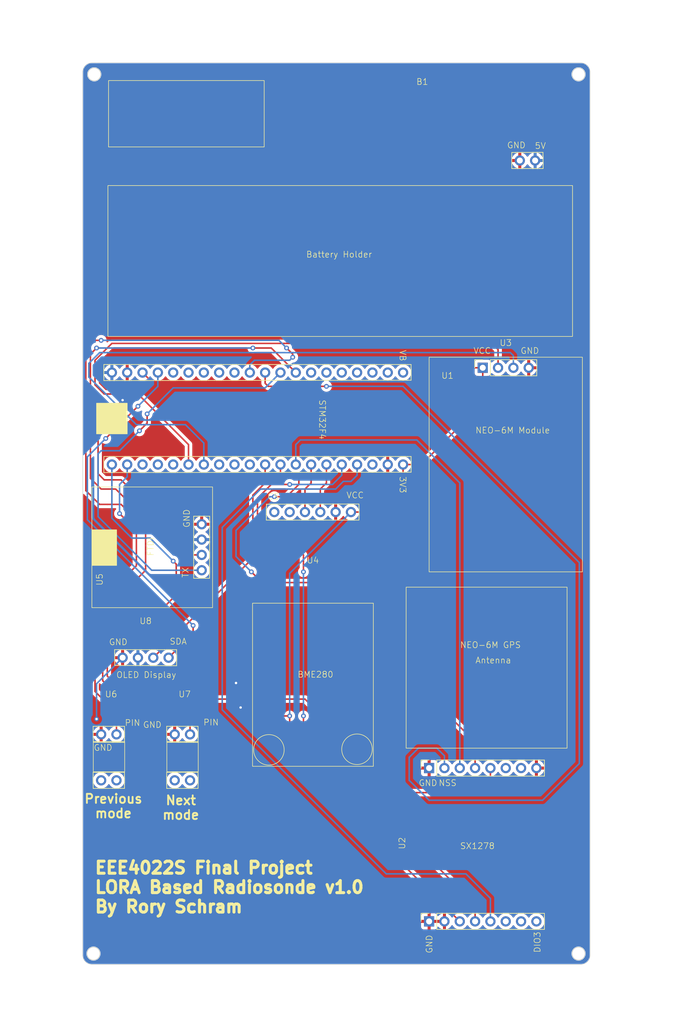
<source format=kicad_pcb>
(kicad_pcb (version 20221018) (generator pcbnew)
  (layers (0 "F.Cu" signal) (31 "B.Cu" signal) (34 "B.Paste" user) (35 "F.Paste" user) (36 "B.SilkS" user "B.Silkscreen") (37 "F.SilkS" user "F.Silkscreen") (38 "B.Mask" user) (39 "F.Mask" user) (44 "Edge.Cuts" user))
  (net 0 "")
  (net 1 "5V")
  (net 2 "GND")
  (net 10 "A2")
  (net 11 "A3")
  (net 12 "A4")
  (net 13 "A5")
  (net 19 "B10")
  (net 20 "A10")
  (net 21 "3V3")
  (net 23 "B9")
  (net 24 "B8")
  (net 25 "B7")
  (net 26 "B6")
  (net 27 "B5")
  (net 28 "B4")
  (net 29 "B3")
  (net 33 "A9")
  (net 37 "B13")
  (net 38 "B12")
  (footprint "Custom:FTDI" (layer "F.Cu") (at 37.084 105.156 90)
    (fp_text reference "U5" (at -5.334 -4.318 90 unlocked) (layer "F.SilkS") (effects (font (thickness 0.1))))
    (fp_text value "~" hide)
    (fp_text user "TX" (at -5.1 10.5 90 unlocked) (layer "F.SilkS") (effects (font (thickness 0.1)) (justify left bottom)))
    (fp_text user "GND" (at 3.2 10.7 90 unlocked) (layer "F.SilkS") (effects (font (thickness 0.1)) (justify left bottom)))
    (fp_text user "FTDI" (at -1.5 4.7 90 unlocked) (layer "F.SilkS") (effects (font (thickness 0.1)) (justify left bottom)))
    (fp_line (start -5.13 11.27) (end -2.53 11.27) (stroke (width 0.12)) (layer "F.SilkS"))
    (fp_line (start -5.13 13.9) (end -5.13 11.27) (stroke (width 0.12)) (layer "F.SilkS"))
    (fp_line (start -5.13 13.9) (end 5.15 13.93) (stroke (width 0.12)) (layer "F.SilkS"))
    (fp_line (start -2.53 11.27) (end 5.15 11.27) (stroke (width 0.12)) (layer "F.SilkS"))
    (fp_line (start 5.15 13.93) (end 5.15 11.27) (stroke (width 0.12)) (layer "F.SilkS"))
    (fp_rect (start -10 14.4) (end 10 -5.6) (stroke (width 0.1)) (fill none) (layer "F.SilkS"))
    (fp_rect (start -3 -5.6) (end 2.9 -1.5) (stroke (width 0.1)) (fill solid) (layer "F.SilkS"))
    (pad "1" thru_hole oval (at -3.8 12.6 180) (size 1.7 1.7) (drill 1) (layers "*.Cu" "*.Mask") (net 11 "A3"))
    (pad "2" thru_hole oval (at -1.26 12.6 180) (size 1.7 1.7) (drill 1) (layers "*.Cu" "*.Mask") (net 10 "A2"))
    (pad "3" thru_hole oval (at 1.28 12.6 180) (size 1.7 1.7) (drill 1) (layers "*.Cu" "*.Mask") (net 1 "5V"))
    (pad "4" thru_hole oval (at 3.82 12.6 180) (size 1.7 1.7) (drill 1) (layers "*.Cu" "*.Mask") (net 2 "GND"))
  )
  (footprint "Custom:NEO-6M" (layer "F.Cu") (at 100.076 81.28)
    (fp_text reference "U3" (at 0 -10 unlocked) (layer "F.SilkS") (effects (font (thickness 0.1))))
    (fp_text value "~")
    (fp_text user "VCC" (at -5.4 -8.1 unlocked) (layer "F.SilkS") (effects (font (thickness 0.1)) (justify left bottom)))
    (fp_text user "GND" (at 2.4 -8.1 unlocked) (layer "F.SilkS") (effects (font (thickness 0.1)) (justify left bottom)))
    (fp_text user "Antenna" (at -5.08 43.18 unlocked) (layer "F.SilkS") (effects (font (thickness 0.1)) (justify left bottom)))
    (fp_text user "NEO-6M Module" (at -5.08 5.08 unlocked) (layer "F.SilkS") (effects (font (thickness 0.1)) (justify left bottom)))
    (fp_text user "NEO-6M GPS" (at -7.62 40.64 unlocked) (layer "F.SilkS") (effects (font (thickness 0.1)) (justify left bottom)))
    (fp_line (start -5.1434 -7.2) (end -3.8134 -7.2) (stroke (width 0.12)) (layer "F.SilkS"))
    (fp_line (start -5.1434 -5.87) (end -5.1434 -7.2) (stroke (width 0.12)) (layer "F.SilkS"))
    (fp_line (start -2.5434 -7.2) (end 5.1366 -7.2) (stroke (width 0.12)) (layer "F.SilkS"))
    (fp_line (start -2.5434 -4.54) (end -2.5434 -7.2) (stroke (width 0.12)) (layer "F.SilkS"))
    (fp_line (start -2.5434 -4.54) (end 5.1366 -4.54) (stroke (width 0.12)) (layer "F.SilkS"))
    (fp_line (start 5.1366 -4.54) (end 5.1366 -7.2) (stroke (width 0.12)) (layer "F.SilkS"))
    (fp_rect (start -16.51 30.48) (end 10.16 57.15) (stroke (width 0.1)) (fill none) (layer "F.SilkS"))
    (fp_rect (start -12.7 -7.62) (end 12.7 27.94) (stroke (width 0.1)) (fill none) (layer "F.SilkS"))
    (pad "1" thru_hole rect (at -3.8134 -5.87 90) (size 1.7 1.7) (drill 1) (layers "*.Cu" "*.Mask") (net 21 "3V3"))
    (pad "2" thru_hole oval (at -1.2734 -5.87 90) (size 1.7 1.7) (drill 1) (layers "*.Cu" "*.Mask") (net 33 "A9"))
    (pad "3" thru_hole oval (at 1.2666 -5.87 90) (size 1.7 1.7) (drill 1) (layers "*.Cu" "*.Mask") (net 20 "A10"))
    (pad "4" thru_hole oval (at 3.8066 -5.87 90) (size 1.7 1.7) (drill 1) (layers "*.Cu" "*.Mask") (net 2 "GND"))
  )
  (footprint "Custom:Push Button" (layer "F.Cu") (at 34.32 137.944)
    (fp_text reference "U6" (at 0.35 -8.45 unlocked) (layer "F.SilkS") (effects (font (thickness 0.1))))
    (fp_text value "Left Button")
    (fp_text user "GND" (at -2.57 0.994 unlocked) (layer "F.SilkS") (effects (font (thickness 0.1)) (justify left bottom)))
    (fp_text user "PIN" (at 2.57 -3.13 unlocked) (layer "F.SilkS") (effects (font (thickness 0.1)) (justify left bottom)))
    (fp_line (start -2.63 -3.13) (end -1.3 -3.13) (stroke (width 0.12)) (layer "F.SilkS"))
    (fp_line (start -2.63 4.49) (end -1.3 4.49) (stroke (width 0.12)) (layer "F.SilkS"))
    (fp_line (start -2.62 7.16) (end -2.63 4.49) (stroke (width 0.12)) (layer "F.SilkS"))
    (fp_line (start -2.62 7.16) (end 2.57 7.15) (stroke (width 0.12)) (layer "F.SilkS"))
    (fp_line (start -2.6 -0.49) (end -2.63 -3.13) (stroke (width 0.12)) (layer "F.SilkS"))
    (fp_line (start -2.6 -0.49) (end 2.57 -0.47) (stroke (width 0.12)) (layer "F.SilkS"))
    (fp_line (start -1.3 -3.13) (end 2.57 -3.13) (stroke (width 0.12)) (layer "F.SilkS"))
    (fp_line (start -1.3 4.49) (end 2.57 4.49) (stroke (width 0.12)) (layer "F.SilkS"))
    (fp_line (start 2.57 -0.47) (end 2.57 -3.13) (stroke (width 0.12)) (layer "F.SilkS"))
    (fp_line (start 2.57 7.15) (end 2.57 4.49) (stroke (width 0.12)) (layer "F.SilkS"))
    (fp_rect (start -2.6 -0.6) (end 2.6 4.4) (stroke (width 0.1)) (fill none) (layer "F.SilkS"))
    (pad "" thru_hole oval (at -1.3 5.82 90) (size 1.7 1.7) (drill 1) (layers "*.Cu" "*.Mask"))
    (pad "" thru_hole oval (at 1.24 5.82 90) (size 1.7 1.7) (drill 1) (layers "*.Cu" "*.Mask"))
    (pad "1" thru_hole oval (at -1.3 -1.8 90) (size 1.7 1.7) (drill 1) (layers "*.Cu" "*.Mask") (net 2 "GND"))
    (pad "2" thru_hole oval (at 1.24 -1.8 90) (size 1.7 1.7) (drill 1) (layers "*.Cu" "*.Mask") (net 37 "B13"))
  )
  (footprint "Custom:BME280" (layer "F.Cu") (at 68.122 114.414)
    (fp_text reference "U4" (at 0 -7.1 unlocked) (layer "F.SilkS") (effects (font (thickness 0.1))))
    (fp_text value "~")
    (fp_text user "VCC" (at 5.5 -17.3 unlocked) (layer "F.SilkS") (effects (font (thickness 0.1)) (justify left bottom)))
    (fp_text user "BME280" (at -2.6 12.4 unlocked) (layer "F.SilkS") (effects (font (thickness 0.1)) (justify left bottom)))
    (fp_text user "CS" (at -7.6 -17.1 unlocked) (layer "F.SilkS") (effects (font (thickness 0.1)) (justify left bottom)))
    (fp_line (start -7.73 -13.77) (end -7.7 -16.4) (stroke (width 0.12)) (layer "F.SilkS"))
    (fp_line (start -7.7 -16.4) (end 7.63 -16.43) (stroke (width 0.12)) (layer "F.SilkS"))
    (fp_line (start -5.13 -13.77) (end -7.73 -13.77) (stroke (width 0.12)) (layer "F.SilkS"))
    (fp_line (start -5.13 -13.77) (end 7.63 -13.77) (stroke (width 0.12)) (layer "F.SilkS"))
    (fp_line (start 7.63 -13.77) (end 7.63 -16.43) (stroke (width 0.12)) (layer "F.SilkS"))
    (fp_rect (start -10.0125 0) (end 10.0125 27.025) (stroke (width 0.1)) (fill none) (layer "F.SilkS"))
    (fp_circle (center -7.3 24.3) (end -4.9 25.1) (stroke (width 0.1)) (fill none) (layer "F.SilkS"))
    (fp_circle (center 7.3 24.2) (end 9.7 25) (stroke (width 0.1)) (fill none) (layer "F.SilkS"))
    (pad "1" thru_hole oval (at -6.4 -15.1 90) (size 1.7 1.7) (drill 1) (layers "*.Cu" "*.Mask"))
    (pad "2" thru_hole oval (at -3.86 -15.1 90) (size 1.7 1.7) (drill 1) (layers "*.Cu" "*.Mask"))
    (pad "3" thru_hole oval (at -1.32 -15.1 90) (size 1.7 1.7) (drill 1) (layers "*.Cu" "*.Mask") (net 26 "B6"))
    (pad "4" thru_hole oval (at 1.22 -15.1 90) (size 1.7 1.7) (drill 1) (layers "*.Cu" "*.Mask") (net 25 "B7"))
    (pad "5" thru_hole oval (at 3.76 -15.1 90) (size 1.7 1.7) (drill 1) (layers "*.Cu" "*.Mask") (net 2 "GND"))
    (pad "6" thru_hole oval (at 6.3 -15.1 90) (size 1.7 1.7) (drill 1) (layers "*.Cu" "*.Mask") (net 21 "3V3"))
  )
  (footprint "Custom:Push Button" (layer "F.Cu") (at 46.512 137.944)
    (fp_text reference "U7" (at 0.35 -8.45 unlocked) (layer "F.SilkS") (effects (font (thickness 0.1))))
    (fp_text value "Right Button")
    (fp_text user "GND" (at -6.6 -2.8 unlocked) (layer "F.SilkS") (effects (font (thickness 0.1)) (justify left bottom)))
    (fp_text user "PIN" (at 3.4 -3.2 unlocked) (layer "F.SilkS") (effects (font (thickness 0.1)) (justify left bottom)))
    (fp_line (start -2.63 -3.13) (end -1.3 -3.13) (stroke (width 0.12)) (layer "F.SilkS"))
    (fp_line (start -2.63 4.49) (end -1.3 4.49) (stroke (width 0.12)) (layer "F.SilkS"))
    (fp_line (start -2.62 7.16) (end -2.63 4.49) (stroke (width 0.12)) (layer "F.SilkS"))
    (fp_line (start -2.62 7.16) (end 2.57 7.15) (stroke (width 0.12)) (layer "F.SilkS"))
    (fp_line (start -2.6 -0.49) (end -2.63 -3.13) (stroke (width 0.12)) (layer "F.SilkS"))
    (fp_line (start -2.6 -0.49) (end 2.57 -0.47) (stroke (width 0.12)) (layer "F.SilkS"))
    (fp_line (start -1.3 -3.13) (end 2.57 -3.13) (stroke (width 0.12)) (layer "F.SilkS"))
    (fp_line (start -1.3 4.49) (end 2.57 4.49) (stroke (width 0.12)) (layer "F.SilkS"))
    (fp_line (start 2.57 -0.47) (end 2.57 -3.13) (stroke (width 0.12)) (layer "F.SilkS"))
    (fp_line (start 2.57 7.15) (end 2.57 4.49) (stroke (width 0.12)) (layer "F.SilkS"))
    (fp_rect (start -2.6 -0.6) (end 2.6 4.4) (stroke (width 0.1)) (fill none) (layer "F.SilkS"))
    (pad "" thru_hole oval (at -1.3 5.82 90) (size 1.7 1.7) (drill 1) (layers "*.Cu" "*.Mask"))
    (pad "" thru_hole oval (at 1.24 5.82 90) (size 1.7 1.7) (drill 1) (layers "*.Cu" "*.Mask"))
    (pad "1" thru_hole oval (at -1.3 -1.8 90) (size 1.7 1.7) (drill 1) (layers "*.Cu" "*.Mask") (net 2 "GND"))
    (pad "2" thru_hole oval (at 1.24 -1.8 90) (size 1.7 1.7) (drill 1) (layers "*.Cu" "*.Mask") (net 13 "A5"))
  )
  (footprint "Custom:Battery HolderCharger" (layer "F.Cu") (at 86.244 43.822)
    (fp_text reference "B1" (at 0 -15.8 unlocked) (layer "F.SilkS") (effects (font (thickness 0.1))))
    (fp_text value "~")
    (fp_text user "GND" (at 14 -4.7 unlocked) (layer "F.SilkS") (effects (font (thickness 0.1)) (justify left bottom)))
    (fp_text user "Battery Holder" (at -19.3 13.4 unlocked) (layer "F.SilkS") (effects (font (thickness 0.1)) (justify left bottom)))
    (fp_text user "5V" (at 18.6 -4.6 unlocked) (layer "F.SilkS") (effects (font (thickness 0.1)) (justify left bottom)))
    (fp_line (start 14.83 -4.08) (end 14.83 -1.42) (stroke (width 0.12)) (layer "F.SilkS"))
    (fp_line (start 17.43 -1.42) (end 14.83 -1.42) (stroke (width 0.12)) (layer "F.SilkS"))
    (fp_line (start 20 -4.1) (end 14.83 -4.08) (stroke (width 0.12)) (layer "F.SilkS"))
    (fp_line (start 20 -4.1) (end 20.03 -1.42) (stroke (width 0.12)) (layer "F.SilkS"))
    (fp_line (start 20.03 -1.42) (end 17.43 -1.42) (stroke (width 0.12)) (layer "F.SilkS"))
    (fp_rect (start -52.1 1.4) (end 24.9 26.4) (stroke (width 0.1)) (fill none) (layer "F.SilkS"))
    (fp_rect (start -52 -16) (end -26.2 -5) (stroke (width 0.1)) (fill none) (layer "F.SilkS"))
    (pad "1" thru_hole oval (at 18.7 -2.75 270) (size 1.7 1.7) (drill 1) (layers "*.Cu" "*.Mask") (net 1 "5V"))
    (pad "2" thru_hole oval (at 16.16 -2.75 270) (size 1.7 1.7) (drill 1) (layers "*.Cu" "*.Mask") (net 2 "GND"))
  )
  (footprint "Custom:STM32f4_Black_Pill" (layer "F.Cu") (at 75.438 76.2 -90)
    (fp_text reference "U1" (at 0.508 -14.986 unlocked) (layer "F.SilkS") (effects (font (thickness 0.1))))
    (fp_text value "~")
    (fp_text user "3V3" (at 17.145 -6.985 -90 unlocked) (layer "F.SilkS") (effects (font (thickness 0.1)) (justify left bottom)))
    (fp_text user "STM32F4" (at 4.445 6.35 -90 unlocked) (layer "F.SilkS") (effects (font (thickness 0.1)) (justify left bottom)))
    (fp_text user "VB" (at -3.81 -6.985 -90 unlocked) (layer "F.SilkS") (effects (font (thickness 0.1)) (justify left bottom)))
    (fp_line (start -1.33 -8.95) (end 1.27 -8.95) (stroke (width 0.12)) (layer "F.SilkS"))
    (fp_line (start -1.33 -7.62) (end -1.33 -8.95) (stroke (width 0.12)) (layer "F.SilkS"))
    (fp_line (start -1.33 -7.62) (end -1.33 41.97) (stroke (width 0.12)) (layer "F.SilkS"))
    (fp_line (start -1.33 41.97) (end 1.33 41.97) (stroke (width 0.12)) (layer "F.SilkS"))
    (fp_line (start 1.27 -8.95) (end 1.33 41.97) (stroke (width 0.12)) (layer "F.SilkS"))
    (fp_line (start 13.91 -8.95) (end 16.51 -8.95) (stroke (width 0.12)) (layer "F.SilkS"))
    (fp_line (start 13.91 -6.35) (end 13.91 -8.95) (stroke (width 0.12)) (layer "F.SilkS"))
    (fp_line (start 13.91 -6.35) (end 13.91 41.97) (stroke (width 0.12)) (layer "F.SilkS"))
    (fp_line (start 13.91 41.97) (end 16.57 41.97) (stroke (width 0.12)) (layer "F.SilkS"))
    (fp_line (start 16.51 -8.95) (end 16.57 41.97) (stroke (width 0.12)) (layer "F.SilkS"))
    (fp_rect (start 5.08 38.1) (end 10.16 43.18) (stroke (width 0.1)) (fill solid) (layer "F.SilkS"))
    (pad "1" thru_hole oval (at 0 -7.62 270) (size 1.7 1.7) (drill 1) (layers "*.Cu" "*.Mask"))
    (pad "2" thru_hole oval (at 0 -5.08 270) (size 1.7 1.7) (drill 1) (layers "*.Cu" "*.Mask"))
    (pad "3" thru_hole oval (at 0 -2.54 270) (size 1.7 1.7) (drill 1) (layers "*.Cu" "*.Mask"))
    (pad "4" thru_hole oval (at 0 0 270) (size 1.7 1.7) (drill 1) (layers "*.Cu" "*.Mask"))
    (pad "5" thru_hole oval (at 0 2.54 270) (size 1.7 1.7) (drill 1) (layers "*.Cu" "*.Mask"))
    (pad "6" thru_hole oval (at 0 5.08 270) (size 1.7 1.7) (drill 1) (layers "*.Cu" "*.Mask"))
    (pad "7" thru_hole oval (at 0 7.62 270) (size 1.7 1.7) (drill 1) (layers "*.Cu" "*.Mask"))
    (pad "8" thru_hole oval (at 0 10.16 270) (size 1.7 1.7) (drill 1) (layers "*.Cu" "*.Mask") (net 10 "A2"))
    (pad "9" thru_hole oval (at 0 12.7 270) (size 1.7 1.7) (drill 1) (layers "*.Cu" "*.Mask") (net 11 "A3"))
    (pad "10" thru_hole oval (at 0 15.24 270) (size 1.7 1.7) (drill 1) (layers "*.Cu" "*.Mask") (net 12 "A4"))
    (pad "11" thru_hole oval (at 0 17.78 270) (size 1.7 1.7) (drill 1) (layers "*.Cu" "*.Mask") (net 13 "A5"))
    (pad "12" thru_hole oval (at 0 20.32 270) (size 1.7 1.7) (drill 1) (layers "*.Cu" "*.Mask"))
    (pad "13" thru_hole oval (at 0 22.86 270) (size 1.7 1.7) (drill 1) (layers "*.Cu" "*.Mask"))
    (pad "14" thru_hole oval (at 0 25.4 270) (size 1.7 1.7) (drill 1) (layers "*.Cu" "*.Mask"))
    (pad "15" thru_hole oval (at 0 27.94 270) (size 1.7 1.7) (drill 1) (layers "*.Cu" "*.Mask"))
    (pad "16" thru_hole oval (at 0 30.48 270) (size 1.7 1.7) (drill 1) (layers "*.Cu" "*.Mask"))
    (pad "17" thru_hole oval (at 0 33.02 270) (size 1.7 1.7) (drill 1) (layers "*.Cu" "*.Mask") (net 19 "B10"))
    (pad "18" thru_hole oval (at 0 35.56 270) (size 1.7 1.7) (drill 1) (layers "*.Cu" "*.Mask") (net 21 "3V3"))
    (pad "19" thru_hole oval (at 0 38.1 270) (size 1.7 1.7) (drill 1) (layers "*.Cu" "*.Mask") (net 2 "GND"))
    (pad "20" thru_hole oval (at 0 40.64 270) (size 1.7 1.7) (drill 1) (layers "*.Cu" "*.Mask") (net 1 "5V"))
    (pad "21" thru_hole oval (at 15.24 -7.62 270) (size 1.7 1.7) (drill 1) (layers "*.Cu" "*.Mask") (net 21 "3V3"))
    (pad "22" thru_hole oval (at 15.24 -5.08 270) (size 1.7 1.7) (drill 1) (layers "*.Cu" "*.Mask") (net 2 "GND"))
    (pad "23" thru_hole oval (at 15.24 -2.54 270) (size 1.7 1.7) (drill 1) (layers "*.Cu" "*.Mask"))
    (pad "24" thru_hole oval (at 15.24 0 270) (size 1.7 1.7) (drill 1) (layers "*.Cu" "*.Mask") (net 23 "B9"))
    (pad "25" thru_hole oval (at 15.24 2.54 270) (size 1.7 1.7) (drill 1) (layers "*.Cu" "*.Mask") (net 24 "B8"))
    (pad "26" thru_hole oval (at 15.24 5.08 270) (size 1.7 1.7) (drill 1) (layers "*.Cu" "*.Mask") (net 25 "B7"))
    (pad "27" thru_hole oval (at 15.24 7.62 270) (size 1.7 1.7) (drill 1) (layers "*.Cu" "*.Mask") (net 26 "B6"))
    (pad "28" thru_hole oval (at 15.24 10.16 270) (size 1.7 1.7) (drill 1) (layers "*.Cu" "*.Mask") (net 27 "B5"))
    (pad "29" thru_hole oval (at 15.24 12.7 270) (size 1.7 1.7) (drill 1) (layers "*.Cu" "*.Mask") (net 28 "B4"))
    (pad "30" thru_hole oval (at 15.24 15.24 270) (size 1.7 1.7) (drill 1) (layers "*.Cu" "*.Mask") (net 29 "B3"))
    (pad "31" thru_hole oval (at 15.24 17.78 270) (size 1.7 1.7) (drill 1) (layers "*.Cu" "*.Mask"))
    (pad "32" thru_hole oval (at 15.24 20.32 270) (size 1.7 1.7) (drill 1) (layers "*.Cu" "*.Mask"))
    (pad "33" thru_hole oval (at 15.24 22.86 270) (size 1.7 1.7) (drill 1) (layers "*.Cu" "*.Mask"))
    (pad "34" thru_hole oval (at 15.24 25.4 270) (size 1.7 1.7) (drill 1) (layers "*.Cu" "*.Mask") (net 20 "A10"))
    (pad "35" thru_hole oval (at 15.24 27.94 270) (size 1.7 1.7) (drill 1) (layers "*.Cu" "*.Mask") (net 33 "A9"))
    (pad "36" thru_hole oval (at 15.24 30.48 270) (size 1.7 1.7) (drill 1) (layers "*.Cu" "*.Mask"))
    (pad "37" thru_hole oval (at 15.24 33.02 270) (size 1.7 1.7) (drill 1) (layers "*.Cu" "*.Mask"))
    (pad "38" thru_hole oval (at 15.24 35.56 270) (size 1.7 1.7) (drill 1) (layers "*.Cu" "*.Mask"))
    (pad "39" thru_hole oval (at 15.24 38.1 270) (size 1.7 1.7) (drill 1) (layers "*.Cu" "*.Mask") (net 37 "B13"))
    (pad "40" thru_hole oval (at 15.24 40.64 270) (size 1.7 1.7) (drill 1) (layers "*.Cu" "*.Mask") (net 38 "B12"))
  )
  (footprint "Custom:OLED Display" (layer "F.Cu") (at 40.406 112.784)
    (fp_text reference "U8" (at -0.01 4.58 unlocked) (layer "F.SilkS") (effects (font (thickness 0.1))))
    (fp_text value "~")
    (fp_text user "SDA" (at 3.92 8.55 unlocked) (layer "F.SilkS") (effects (font (thickness 0.1)) (justify left bottom)))
    (fp_text user "OLED Display" (at -4.92 14.09 unlocked) (layer "F.SilkS") (effects (font (thickness 0.1)) (justify left bottom)))
    (fp_text user "GND" (at -6.14 8.65 unlocked) (layer "F.SilkS") (effects (font (thickness 0.1)) (justify left bottom)))
    (fp_line (start -5.16 9.33) (end -2.56 9.33) (stroke (width 0.12)) (layer "F.SilkS"))
    (fp_line (start -5.13 11.94) (end -5.16 9.33) (stroke (width 0.12)) (layer "F.SilkS"))
    (fp_line (start -5.13 11.94) (end 5.12 11.99) (stroke (width 0.12)) (layer "F.SilkS"))
    (fp_line (start -2.56 9.33) (end 5.12 9.33) (stroke (width 0.12)) (layer "F.SilkS"))
    (fp_line (start 5.12 11.99) (end 5.12 9.33) (stroke (width 0.12)) (layer "F.SilkS"))
    (pad "1" thru_hole oval (at -3.83 10.66 90) (size 1.7 1.7) (drill 1) (layers "*.Cu" "*.Mask") (net 2 "GND"))
    (pad "2" thru_hole oval (at -1.29 10.66 90) (size 1.7 1.7) (drill 1) (layers "*.Cu" "*.Mask") (net 21 "3V3"))
    (pad "3" thru_hole oval (at 1.25 10.66 90) (size 1.7 1.7) (drill 1) (layers "*.Cu" "*.Mask") (net 19 "B10"))
    (pad "4" thru_hole oval (at 3.79 10.66 90) (size 1.7 1.7) (drill 1) (layers "*.Cu" "*.Mask") (net 29 "B3"))
  )
  (footprint "Custom:SX1278" (layer "F.Cu") (at 94.996 165.382 90)
    (fp_text reference "U2" (at 11.2 -12.1 90 unlocked) (layer "F.SilkS") (effects (font (thickness 0.1))))
    (fp_text value "~")
    (fp_text user "SX1278" (at 10.16 -2.54 unlocked) (layer "F.SilkS") (effects (font (thickness 0.1)) (justify left bottom)))
    (fp_text user "GND" (at -7.1 -7 90 unlocked) (layer "F.SilkS") (effects (font (thickness 0.1)) (justify left bottom)))
    (fp_text user "GND" (at 20.602 -9.398 unlocked) (layer "F.SilkS") (effects (font (thickness 0.1)) (justify left bottom)))
    (fp_text user "DIO3" (at -7 10.9 90 unlocked) (layer "F.SilkS") (effects (font (thickness 0.1)) (justify left bottom)))
    (fp_text user "NSS" (at 20.602 -6.096 unlocked) (layer "F.SilkS") (effects (font (thickness 0.1)) (justify left bottom)))
    (fp_line (start -3.08 -6.35) (end -3.08 11.49) (stroke (width 0.12)) (layer "F.SilkS"))
    (fp_line (start -3.08 -6.35) (end -0.42 -6.35) (stroke (width 0.12)) (layer "F.SilkS"))
    (fp_line (start -3.08 11.49) (end -0.42 11.49) (stroke (width 0.12)) (layer "F.SilkS"))
    (fp_line (start -1.75 -8.95) (end -0.42 -8.95) (stroke (width 0.12)) (layer "F.SilkS"))
    (fp_line (start -0.42 -8.95) (end -0.42 -7.62) (stroke (width 0.12)) (layer "F.SilkS"))
    (fp_line (start -0.42 -6.35) (end -0.42 11.49) (stroke (width 0.12)) (layer "F.SilkS"))
    (fp_line (start 22.32 -6.35) (end 22.32 11.49) (stroke (width 0.12)) (layer "F.SilkS"))
    (fp_line (start 22.32 -6.35) (end 24.98 -6.35) (stroke (width 0.12)) (layer "F.SilkS"))
    (fp_line (start 22.32 11.49) (end 24.98 11.49) (stroke (width 0.12)) (layer "F.SilkS"))
    (fp_line (start 23.65 -8.95) (end 24.98 -8.95) (stroke (width 0.12)) (layer "F.SilkS"))
    (fp_line (start 24.98 -8.95) (end 24.98 -7.62) (stroke (width 0.12)) (layer "F.SilkS"))
    (fp_line (start 24.98 -6.35) (end 24.98 11.49) (stroke (width 0.12)) (layer "F.SilkS"))
    (pad "1" thru_hole rect (at 23.65 -7.62 90) (size 1.7 1.7) (drill 1) (layers "*.Cu" "*.Mask") (net 2 "GND"))
    (pad "2" thru_hole oval (at 23.65 -5.08 90) (size 1.7 1.7) (drill 1) (layers "*.Cu" "*.Mask") (net 12 "A4"))
    (pad "3" thru_hole oval (at 23.65 -2.54 90) (size 1.7 1.7) (drill 1) (layers "*.Cu" "*.Mask") (net 27 "B5"))
    (pad "4" thru_hole oval (at 23.65 0 90) (size 1.7 1.7) (drill 1) (layers "*.Cu" "*.Mask") (net 28 "B4"))
    (pad "5" thru_hole oval (at 23.65 2.54 90) (size 1.7 1.7) (drill 1) (layers "*.Cu" "*.Mask") (net 38 "B12"))
    (pad "6" thru_hole oval (at 23.65 5.08 90) (size 1.7 1.7) (drill 1) (layers "*.Cu" "*.Mask"))
    (pad "7" thru_hole oval (at 23.65 7.62 90) (size 1.7 1.7) (drill 1) (layers "*.Cu" "*.Mask"))
    (pad "8" thru_hole oval (at 23.65 10.16 90) (size 1.7 1.7) (drill 1) (layers "*.Cu" "*.Mask") (net 2 "GND"))
    (pad "9" thru_hole rect (at -1.75 -7.62 90) (size 1.7 1.7) (drill 1) (layers "*.Cu" "*.Mask") (net 2 "GND"))
    (pad "10" thru_hole oval (at -1.75 -5.08 90) (size 1.7 1.7) (drill 1) (layers "*.Cu" "*.Mask") (net 2 "GND"))
    (pad "11" thru_hole oval (at -1.75 -2.54 90) (size 1.7 1.7) (drill 1) (layers "*.Cu" "*.Mask") (net 21 "3V3"))
    (pad "12" thru_hole oval (at -1.75 0 90) (size 1.7 1.7) (drill 1) (layers "*.Cu" "*.Mask") (net 24 "B8"))
    (pad "13" thru_hole oval (at -1.75 2.54 90) (size 1.7 1.7) (drill 1) (layers "*.Cu" "*.Mask") (net 23 "B9"))
    (pad "14" thru_hole oval (at -1.75 5.08 90) (size 1.7 1.7) (drill 1) (layers "*.Cu" "*.Mask"))
    (pad "15" thru_hole oval (at -1.75 7.62 90) (size 1.7 1.7) (drill 1) (layers "*.Cu" "*.Mask"))
    (pad "16" thru_hole oval (at -1.75 10.16 90) (size 1.7 1.7) (drill 1) (layers "*.Cu" "*.Mask"))
  )
  (gr_circle (center 31.877 26.797) (end 32.969495 26.797) (stroke (width 0.15)) (fill none) (layer "Edge.Cuts"))
  (gr_arc (start 31.495999 174.244001) (mid 30.418369 173.797631) (end 29.971999 172.720001) (stroke (width 0.1)) (layer "Edge.Cuts"))
  (gr_arc (start 29.972 26.416) (mid 30.41837 25.33837) (end 31.496 24.892) (stroke (width 0.1)) (layer "Edge.Cuts"))
  (gr_line (start 31.495999 174.244001) (end 112.522003 174.244003) (stroke (width 0.1)) (layer "Edge.Cuts"))
  (gr_circle (center 112.141 172.466) (end 113.233495 172.466) (stroke (width 0.15)) (fill none) (layer "Edge.Cuts"))
  (gr_arc (start 114.046003 172.720003) (mid 113.599633 173.797633) (end 112.522003 174.244003) (stroke (width 0.1)) (layer "Edge.Cuts"))
  (gr_line (start 29.972 26.416) (end 29.971999 172.720001) (stroke (width 0.1)) (layer "Edge.Cuts"))
  (gr_line (start 112.522 24.892) (end 32.258 24.892) (stroke (width 0.1)) (layer "Edge.Cuts"))
  (gr_circle (center 31.75 172.466) (end 32.842495 172.466) (stroke (width 0.15)) (fill none) (layer "Edge.Cuts"))
  (gr_circle (center 112.141 26.797) (end 113.233495 26.797) (stroke (width 0.15)) (fill none) (layer "Edge.Cuts"))
  (gr_arc (start 112.522 24.892) (mid 113.59963 25.338369) (end 114.046 26.416) (stroke (width 0.1)) (layer "Edge.Cuts"))
  (gr_line (start 114.046003 172.720003) (end 114.046 26.416) (stroke (width 0.1)) (layer "Edge.Cuts"))
  (gr_line (start 32.258 24.892) (end 31.496 24.892) (stroke (width 0.1)) (layer "Edge.Cuts"))
  (gr_text "Next\nmode" (at 46.228 150.368) (layer "F.SilkS") (effects (font (size 1.5 1.5) (thickness 0.3) bold) (justify bottom)))
  (gr_text "Previous\nmode" (at 35.052 150.114) (layer "F.SilkS") (effects (font (size 1.5 1.5) (thickness 0.3) bold) (justify bottom)))
  (gr_text "EEE4022S Final Project\nLORA Based Radiosonde v1.0\nBy Rory Schram" (at 31.75 165.862) (layer "F.SilkS") (effects (font (size 2 2) (thickness 0.5) bold) (justify left bottom)))
  (segment (start 38.862 96.52) (end 36.322 93.98) (width 0.254) (layer "F.Cu") (net 1))
  (segment (start 36.322 93.98) (end 35.052 93.98) (width 0.254) (layer "F.Cu") (net 1))
  (segment (start 32.512 92.964) (end 32.512 84.836) (width 0.254) (layer "F.Cu") (net 1))
  (segment (start 46.218 103.876) (end 38.862 96.52) (width 0.254) (layer "F.Cu") (net 1))
  (segment (start 35.052 93.98) (end 33.528 93.98) (width 0.254) (layer "F.Cu") (net 1))
  (segment (start 33.528 93.98) (end 32.512 92.964) (width 0.254) (layer "F.Cu") (net 1))
  (segment (start 49.684 103.876) (end 46.218 103.876) (width 0.254) (layer "F.Cu") (net 1))
  (segment (start 32.512 84.836) (end 36.576 80.772) (width 0.254) (layer "F.Cu") (net 1))
  (via (at 36.576 80.772) (size 0.8) (drill 0.4) (layers "F.Cu" "B.Cu") (net 1))
  (segment (start 36.576 79.248) (end 34.798 77.47) (width 0.254) (layer "B.Cu") (net 1))
  (segment (start 34.798 77.47) (end 34.798 76.2) (width 0.254) (layer "B.Cu") (net 1))
  (segment (start 36.576 80.772) (end 36.576 79.248) (width 0.254) (layer "B.Cu") (net 1))
  (segment (start 33.02 134.366) (end 32.258 133.604) (width 0.254) (layer "F.Cu") (net 2))
  (segment (start 33.02 136.144) (end 33.02 134.366) (width 0.254) (layer "F.Cu") (net 2))
  (via (at 32.258 133.604) (size 0.8) (drill 0.4) (layers "F.Cu" "B.Cu") (net 2))
  (segment (start 32.258 127.762) (end 36.576 123.444) (width 0.254) (layer "B.Cu") (net 2))
  (segment (start 32.258 133.604) (end 32.258 127.762) (width 0.254) (layer "B.Cu") (net 2))
  (segment (start 31.242 73.152) (end 32.258 72.136) (width 0.254) (layer "F.Cu") (net 10))
  (segment (start 46.345 106.416) (end 35.433 95.504) (width 0.254) (layer "F.Cu") (net 10))
  (segment (start 31.242 93.218) (end 31.242 73.152) (width 0.254) (layer "F.Cu") (net 10))
  (segment (start 31.242 93.726) (end 31.242 93.218) (width 0.254) (layer "F.Cu") (net 10))
  (segment (start 33.02 95.504) (end 31.242 93.726) (width 0.254) (layer "F.Cu") (net 10))
  (segment (start 61.214 72.136) (end 65.278 76.2) (width 0.254) (layer "F.Cu") (net 10))
  (segment (start 35.433 95.504) (end 33.02 95.504) (width 0.254) (layer "F.Cu") (net 10))
  (segment (start 49.684 106.416) (end 46.345 106.416) (width 0.254) (layer "F.Cu") (net 10))
  (segment (start 58.166 72.136) (end 61.214 72.136) (width 0.254) (layer "F.Cu") (net 10))
  (via (at 32.258 72.136) (size 0.8) (drill 0.4) (layers "F.Cu" "B.Cu") (net 10))
  (via (at 58.166 72.136) (size 0.8) (drill 0.4) (layers "F.Cu" "B.Cu") (net 10))
  (segment (start 32.258 72.136) (end 58.166 72.136) (width 0.254) (layer "B.Cu") (net 10))
  (segment (start 40.64 84.582) (end 40.64 83.058) (width 0.254) (layer "F.Cu") (net 11))
  (segment (start 39.37 85.852) (end 40.64 84.582) (width 0.254) (layer "F.Cu") (net 11))
  (via (at 39.37 85.852) (size 0.8) (drill 0.4) (layers "F.Cu" "B.Cu") (net 11))
  (via (at 40.64 83.058) (size 0.8) (drill 0.4) (layers "F.Cu" "B.Cu") (net 11))
  (segment (start 33.274 89.154) (end 36.068 89.154) (width 0.254) (layer "B.Cu") (net 11))
  (segment (start 36.068 89.154) (end 39.37 85.852) (width 0.254) (layer "B.Cu") (net 11))
  (segment (start 33.02 89.154) (end 33.274 89.154) (width 0.254) (layer "B.Cu") (net 11))
  (segment (start 60.198 78.74) (end 62.738 76.2) (width 0.254) (layer "B.Cu") (net 11))
  (segment (start 44.958 78.74) (end 60.198 78.74) (width 0.254) (layer "B.Cu") (net 11))
  (segment (start 41.392 108.956) (end 41.148 108.712) (width 0.254) (layer "B.Cu") (net 11))
  (segment (start 32.512 89.662) (end 33.02 89.154) (width 0.254) (layer "B.Cu") (net 11))
  (segment (start 41.148 108.712) (end 32.512 100.076) (width 0.254) (layer "B.Cu") (net 11))
  (segment (start 40.64 83.058) (end 44.958 78.74) (width 0.254) (layer "B.Cu") (net 11))
  (segment (start 49.684 108.956) (end 41.392 108.956) (width 0.254) (layer "B.Cu") (net 11))
  (segment (start 32.512 100.076) (end 32.512 89.662) (width 0.254) (layer "B.Cu") (net 11))
  (segment (start 60.198 77.978) (end 60.198 76.2) (width 0.254) (layer "F.Cu") (net 12))
  (segment (start 70.358 78.486) (end 60.706 78.486) (width 0.254) (layer "F.Cu") (net 12))
  (segment (start 60.706 78.486) (end 60.198 77.978) (width 0.254) (layer "F.Cu") (net 12))
  (via (at 70.358 78.486) (size 0.8) (drill 0.4) (layers "F.Cu" "B.Cu") (net 12))
  (segment (start 84.074 143.764) (end 87.376 147.066) (width 0.254) (layer "B.Cu") (net 12))
  (segment (start 83.058 78.486) (end 70.358 78.486) (width 0.254) (layer "B.Cu") (net 12))
  (segment (start 85.598 138.43) (end 84.074 139.954) (width 0.254) (layer "B.Cu") (net 12))
  (segment (start 87.376 147.066) (end 106.172 147.066) (width 0.254) (layer "B.Cu") (net 12))
  (segment (start 89.916 139.7) (end 88.646 138.43) (width 0.254) (layer "B.Cu") (net 12))
  (segment (start 88.646 138.43) (end 85.598 138.43) (width 0.254) (layer "B.Cu") (net 12))
  (segment (start 106.172 147.066) (end 112.268 140.97) (width 0.254) (layer "B.Cu") (net 12))
  (segment (start 89.916 141.732) (end 89.916 139.7) (width 0.254) (layer "B.Cu") (net 12))
  (segment (start 70.358 78.486) (end 70.612 78.486) (width 0.254) (layer "B.Cu") (net 12))
  (segment (start 112.268 140.97) (end 112.268 107.696) (width 0.254) (layer "B.Cu") (net 12))
  (segment (start 84.074 139.954) (end 84.074 143.764) (width 0.254) (layer "B.Cu") (net 12))
  (segment (start 112.268 107.696) (end 83.058 78.486) (width 0.254) (layer "B.Cu") (net 12))
  (segment (start 47.752 136.144) (end 47.752 134.366) (width 0.254) (layer "F.Cu") (net 13))
  (segment (start 33.274 116.078) (end 36.322 113.03) (width 0.254) (layer "F.Cu") (net 13))
  (segment (start 40.386 102.87) (end 40.386 102.857866) (width 0.254) (layer "F.Cu") (net 13))
  (segment (start 31.75 70.866) (end 33.02 70.866) (width 0.254) (layer "F.Cu") (net 13))
  (segment (start 30.48 95.758) (end 30.48 72.136) (width 0.254) (layer "F.Cu") (net 13))
  (segment (start 40.386 108.966) (end 40.386 102.87) (width 0.254) (layer "F.Cu") (net 13))
  (segment (start 36.322 113.03) (end 40.386 108.966) (width 0.254) (layer "F.Cu") (net 13))
  (segment (start 64.77 73.66) (end 64.77 73.406) (width 0.254) (layer "F.Cu") (net 13))
  (segment (start 38.608 132.588) (end 33.274 127.254) (width 0.254) (layer "F.Cu") (net 13))
  (segment (start 40.386 102.108) (end 36.322 98.044) (width 0.254) (layer "F.Cu") (net 13))
  (segment (start 64.77 73.152) (end 64.77 73.66) (width 0.254) (layer "F.Cu") (net 13))
  (segment (start 40.386 102.857866) (end 40.386 102.108) (width 0.254) (layer "F.Cu") (net 13))
  (segment (start 63.754 72.136) (end 64.77 73.152) (width 0.254) (layer "F.Cu") (net 13))
  (segment (start 32.766 98.044) (end 30.48 95.758) (width 0.254) (layer "F.Cu") (net 13))
  (segment (start 34.036 98.044) (end 32.766 98.044) (width 0.254) (layer "F.Cu") (net 13))
  (segment (start 45.974 132.588) (end 38.608 132.588) (width 0.254) (layer "F.Cu") (net 13))
  (segment (start 46.736 133.35) (end 45.974 132.588) (width 0.254) (layer "F.Cu") (net 13))
  (segment (start 36.322 98.044) (end 34.036 98.044) (width 0.254) (layer "F.Cu") (net 13))
  (segment (start 30.48 72.136) (end 31.75 70.866) (width 0.254) (layer "F.Cu") (net 13))
  (segment (start 33.274 125.476) (end 33.274 116.078) (width 0.254) (layer "F.Cu") (net 13))
  (segment (start 33.274 127.254) (end 33.274 125.476) (width 0.254) (layer "F.Cu") (net 13))
  (segment (start 47.752 134.366) (end 46.736 133.35) (width 0.254) (layer "F.Cu") (net 13))
  (via (at 33.02 70.866) (size 0.8) (drill 0.4) (layers "F.Cu" "B.Cu") (net 13))
  (via (at 63.754 72.136) (size 0.8) (drill 0.4) (layers "F.Cu" "B.Cu") (net 13))
  (via (at 64.77 73.66) (size 0.8) (drill 0.4) (layers "F.Cu" "B.Cu") (net 13))
  (segment (start 62.484 70.866) (end 63.754 72.136) (width 0.254) (layer "B.Cu") (net 13))
  (segment (start 57.658 74.93) (end 57.658 76.2) (width 0.254) (layer "B.Cu") (net 13))
  (segment (start 33.02 70.866) (end 62.484 70.866) (width 0.254) (layer "B.Cu") (net 13))
  (segment (start 64.77 73.66) (end 64.262 74.168) (width 0.254) (layer "B.Cu") (net 13))
  (segment (start 58.42 74.168) (end 57.658 74.93) (width 0.254) (layer "B.Cu") (net 13))
  (segment (start 64.262 74.168) (end 58.42 74.168) (width 0.254) (layer "B.Cu") (net 13))
  (segment (start 48.26 119.38) (end 48.26 118.11) (width 0.254) (layer "F.Cu") (net 19))
  (segment (start 33.782 87.122) (end 39.116 81.788) (width 0.254) (layer "F.Cu") (net 19))
  (segment (start 44.196 123.444) (end 48.26 119.38) (width 0.254) (layer "F.Cu") (net 19))
  (via (at 39.116 81.788) (size 0.8) (drill 0.4) (layers "F.Cu" "B.Cu") (net 19))
  (via (at 33.782 87.122) (size 0.8) (drill 0.4) (layers "F.Cu" "B.Cu") (net 19))
  (via (at 48.26 118.11) (size 0.8) (drill 0.4) (layers "F.Cu" "B.Cu") (net 19))
  (segment (start 30.734 100.584) (end 30.734 90.17) (width 0.254) (layer "B.Cu") (net 19))
  (segment (start 48.26 118.11) (end 30.734 100.584) (width 0.254) (layer "B.Cu") (net 19))
  (segment (start 42.418 78.486) (end 42.418 76.2) (width 0.254) (layer "B.Cu") (net 19))
  (segment (start 30.734 90.17) (end 33.782 87.122) (width 0.254) (layer "B.Cu") (net 19))
  (segment (start 39.116 81.788) (end 42.418 78.486) (width 0.254) (layer "B.Cu") (net 19))
  (segment (start 30.988 76.962) (end 30.988 74.676) (width 0.254) (layer "B.Cu") (net 20))
  (segment (start 32.766 72.898) (end 100.838 72.898) (width 0.254) (layer "B.Cu") (net 20))
  (segment (start 50.038 87.884) (end 46.99 84.836) (width 0.254) (layer "B.Cu") (net 20))
  (segment (start 101.3426 73.4026) (end 101.3426 75.41) (width 0.254) (layer "B.Cu") (net 20))
  (segment (start 30.988 74.676) (end 32.766 72.898) (width 0.254) (layer "B.Cu") (net 20))
  (segment (start 46.99 84.836) (end 38.862 84.836) (width 0.254) (layer "B.Cu") (net 20))
  (segment (start 100.838 72.898) (end 101.3426 73.4026) (width 0.254) (layer "B.Cu") (net 20))
  (segment (start 38.862 84.836) (end 30.988 76.962) (width 0.254) (layer "B.Cu") (net 20))
  (segment (start 50.038 91.44) (end 50.038 87.884) (width 0.254) (layer "B.Cu") (net 20))
  (segment (start 44.323 80.645) (end 89.662 80.645) (width 0.25) (layer "F.Cu") (net 21))
  (segment (start 74.422 99.314) (end 76.2 99.314) (width 0.254) (layer "F.Cu") (net 21))
  (segment (start 40.894 127.635) (end 39.116 125.857) (width 0.25) (layer "F.Cu") (net 21))
  (segment (start 55.372 127.635) (end 40.894 127.635) (width 0.25) (layer "F.Cu") (net 21))
  (segment (start 86.106 91.44) (end 83.058 91.44) (width 0.254) (layer "F.Cu") (net 21))
  (segment (start 64.262 133.096) (end 57.531 133.096) (width 0.25) (layer "F.Cu") (net 21))
  (segment (start 83.058 93.98) (end 83.058 91.44) (width 0.254) (layer "F.Cu") (net 21))
  (segment (start 39.116 125.857) (end 39.116 123.444) (width 0.25) (layer "F.Cu") (net 21))
  (segment (start 39.878 76.2) (end 44.323 80.645) (width 0.25) (layer "F.Cu") (net 21))
  (segment (start 80.264 95.25) (end 81.788 95.25) (width 0.254) (layer "F.Cu") (net 21))
  (segment (start 64.262 138.938) (end 64.262 133.096) (width 0.254) (layer "F.Cu") (net 21))
  (segment (start 94.897 75.41) (end 96.2626 75.41) (width 0.25) (layer "F.Cu") (net 21))
  (segment (start 89.662 80.645) (end 94.897 75.41) (width 0.25) (layer "F.Cu") (net 21))
  (segment (start 81.788 95.25) (end 83.058 93.98) (width 0.254) (layer "F.Cu") (net 21))
  (segment (start 96.2626 81.2834) (end 86.106 91.44) (width 0.254) (layer "F.Cu") (net 21))
  (segment (start 76.2 99.314) (end 80.264 95.25) (width 0.254) (layer "F.Cu") (net 21))
  (segment (start 57.531 133.096) (end 56.134 131.699) (width 0.25) (layer "F.Cu") (net 21))
  (segment (start 92.456 167.132) (end 64.262 138.938) (width 0.254) (layer "F.Cu") (net 21))
  (segment (start 96.2626 75.41) (end 96.2626 81.2834) (width 0.254) (layer "F.Cu") (net 21))
  (via (at 56.134 131.699) (size 0.8) (drill 0.4) (layers "F.Cu" "B.Cu") (net 21))
  (via (at 64.262 133.096) (size 0.8) (drill 0.4) (layers "F.Cu" "B.Cu") (net 21))
  (via (at 55.372 127.635) (size 0.8) (drill 0.4) (layers "F.Cu" "B.Cu") (net 21))
  (segment (start 64.262 109.474) (end 74.422 99.314) (width 0.254) (layer "B.Cu") (net 21))
  (segment (start 56.134 131.699) (end 56.134 128.397) (width 0.25) (layer "B.Cu") (net 21))
  (segment (start 56.134 128.397) (end 55.372 127.635) (width 0.25) (layer "B.Cu") (net 21))
  (segment (start 64.262 133.096) (end 64.262 109.474) (width 0.254) (layer "B.Cu") (net 21))
  (segment (start 75.438 93.218) (end 75.438 91.44) (width 0.254) (layer "B.Cu") (net 23))
  (segment (start 73.152 94.234) (end 74.422 94.234) (width 0.254) (layer "B.Cu") (net 23))
  (segment (start 59.436 95.504) (end 71.882 95.504) (width 0.254) (layer "B.Cu") (net 23))
  (segment (start 53.086 101.854) (end 59.436 95.504) (width 0.254) (layer "B.Cu") (net 23))
  (segment (start 80.264 159.258) (end 53.086 132.08) (width 0.254) (layer "B.Cu") (net 23))
  (segment (start 74.422 94.234) (end 75.438 93.218) (width 0.254) (layer "B.Cu") (net 23))
  (segment (start 93.472 159.258) (end 80.264 159.258) (width 0.254) (layer "B.Cu") (net 23))
  (segment (start 53.086 132.08) (end 53.086 101.854) (width 0.254) (layer "B.Cu") (net 23))
  (segment (start 71.882 95.504) (end 73.152 94.234) (width 0.254) (layer "B.Cu") (net 23))
  (segment (start 97.536 167.132) (end 97.536 163.322) (width 0.254) (layer "B.Cu") (net 23))
  (segment (start 97.536 163.322) (end 93.472 159.258) (width 0.254) (layer "B.Cu") (net 23))
  (segment (start 58.928 101.854) (end 58.928 97.028) (width 0.254) (layer "F.Cu") (net 24))
  (segment (start 94.996 167.132) (end 94.996 164.338) (width 0.254) (layer "F.Cu") (net 24))
  (segment (start 58.928 97.028) (end 61.214 94.742) (width 0.254) (layer "F.Cu") (net 24))
  (segment (start 66.548 135.89) (end 66.548 133.096) (width 0.254) (layer "F.Cu") (net 24))
  (segment (start 63.5 103.378) (end 60.452 103.378) (width 0.254) (layer "F.Cu") (net 24))
  (segment (start 66.548 109.22) (end 66.548 106.426) (width 0.254) (layer "F.Cu") (net 24))
  (segment (start 66.548 106.426) (end 63.5 103.378) (width 0.254) (layer "F.Cu") (net 24))
  (segment (start 60.452 103.378) (end 58.928 101.854) (width 0.254) (layer "F.Cu") (net 24))
  (segment (start 92.456 161.798) (end 66.548 135.89) (width 0.254) (layer "F.Cu") (net 24))
  (segment (start 61.214 94.742) (end 64.262 94.742) (width 0.254) (layer "F.Cu") (net 24))
  (segment (start 94.996 164.338) (end 92.456 161.798) (width 0.254) (layer "F.Cu") (net 24))
  (via (at 64.262 94.742) (size 0.8) (drill 0.4) (layers "F.Cu" "B.Cu") (net 24))
  (via (at 66.548 133.096) (size 0.8) (drill 0.4) (layers "F.Cu" "B.Cu") (net 24))
  (via (at 66.548 109.22) (size 0.8) (drill 0.4) (layers "F.Cu" "B.Cu") (net 24))
  (segment (start 66.548 133.096) (end 66.548 109.22) (width 0.254) (layer "B.Cu") (net 24))
  (segment (start 72.898 93.218) (end 72.898 91.44) (width 0.254) (layer "B.Cu") (net 24))
  (segment (start 71.374 94.742) (end 72.898 93.218) (width 0.254) (layer "B.Cu") (net 24))
  (segment (start 64.262 94.742) (end 71.374 94.742) (width 0.254) (layer "B.Cu") (net 24))
  (segment (start 70.358 94.488) (end 70.358 91.44) (width 0.254) (layer "F.Cu") (net 25))
  (segment (start 69.342 95.504) (end 70.358 94.488) (width 0.254) (layer "F.Cu") (net 25))
  (segment (start 69.342 99.314) (end 69.342 95.504) (width 0.254) (layer "F.Cu") (net 25))
  (segment (start 66.802 95.504) (end 67.818 94.488) (width 0.254) (layer "F.Cu") (net 26))
  (segment (start 66.802 99.314) (end 66.802 95.504) (width 0.254) (layer "F.Cu") (net 26))
  (segment (start 67.818 94.488) (end 67.818 91.44) (width 0.254) (layer "F.Cu") (net 26))
  (segment (start 92.456 141.732) (end 92.456 94.488) (width 0.254) (layer "B.Cu") (net 27))
  (segment (start 66.04 87.376) (end 65.278 88.138) (width 0.254) (layer "B.Cu") (net 27))
  (segment (start 85.344 87.376) (end 66.04 87.376) (width 0.254) (layer "B.Cu") (net 27))
  (segment (start 65.278 88.138) (end 65.278 91.44) (width 0.254) (layer "B.Cu") (net 27))
  (segment (start 92.456 94.488) (end 85.344 87.376) (width 0.254) (layer "B.Cu") (net 27))
  (segment (start 94.996 137.414) (end 84.582 127) (width 0.254) (layer "F.Cu") (net 28))
  (segment (start 62.738 92.71) (end 62.738 91.44) (width 0.254) (layer "F.Cu") (net 28))
  (segment (start 65.278 93.472) (end 63.5 93.472) (width 0.254) (layer "F.Cu") (net 28))
  (segment (start 61.722 96.774) (end 63.754 96.774) (width 0.254) (layer "F.Cu") (net 28))
  (segment (start 68.58 110.998) (end 59.69 110.998) (width 0.254) (layer "F.Cu") (net 28))
  (segment (start 59.69 110.998) (end 57.912 109.22) (width 0.254) (layer "F.Cu") (net 28))
  (segment (start 63.5 93.472) (end 62.738 92.71) (width 0.254) (layer "F.Cu") (net 28))
  (segment (start 94.996 141.732) (end 94.996 137.414) (width 0.254) (layer "F.Cu") (net 28))
  (segment (start 65.786 93.98) (end 65.278 93.472) (width 0.254) (layer "F.Cu") (net 28))
  (segment (start 84.582 127) (end 68.58 110.998) (width 0.254) (layer "F.Cu") (net 28))
  (segment (start 65.786 94.742) (end 65.786 93.98) (width 0.254) (layer "F.Cu") (net 28))
  (segment (start 63.754 96.774) (end 65.786 94.742) (width 0.254) (layer "F.Cu") (net 28))
  (via (at 61.722 96.774) (size 0.8) (drill 0.4) (layers "F.Cu" "B.Cu") (net 28))
  (via (at 57.912 109.22) (size 0.8) (drill 0.4) (layers "F.Cu" "B.Cu") (net 28))
  (segment (start 57.912 109.22) (end 55.372 106.68) (width 0.254) (layer "B.Cu") (net 28))
  (segment (start 55.372 102.362) (end 60.96 96.774) (width 0.254) (layer "B.Cu") (net 28))
  (segment (start 55.372 106.68) (end 55.372 102.362) (width 0.254) (layer "B.Cu") (net 28))
  (segment (start 60.96 96.774) (end 61.722 96.774) (width 0.254) (layer "B.Cu") (net 28))
  (segment (start 60.198 94.488) (end 60.198 91.44) (width 0.254) (layer "F.Cu") (net 29))
  (segment (start 58.166 96.52) (end 60.198 94.488) (width 0.254) (layer "F.Cu") (net 29))
  (segment (start 41.656 123.444) (end 58.166 106.934) (width 0.254) (layer "F.Cu") (net 29))
  (segment (start 58.166 106.934) (end 58.166 96.52) (width 0.254) (layer "F.Cu") (net 29))
  (segment (start 98.806 72.644) (end 98.806 72.39) (width 0.254) (layer "F.Cu") (net 33))
  (segment (start 32.004 74.168) (end 32.004 78.232) (width 0.254) (layer "F.Cu") (net 33))
  (segment (start 34.798 71.374) (end 32.004 74.168) (width 0.254) (layer "F.Cu") (net 33))
  (segment (start 33.528 79.756) (end 39.116 79.756) (width 0.254) (layer "F.Cu") (net 33))
  (segment (start 39.116 79.756) (end 47.498 88.138) (width 0.254) (layer "F.Cu") (net 33))
  (segment (start 98.806 72.39) (end 97.79 71.374) (width 0.254) (layer "F.Cu") (net 33))
  (segment (start 47.498 88.138) (end 47.498 91.44) (width 0.254) (layer "F.Cu") (net 33))
  (segment (start 32.004 78.232) (end 33.528 79.756) (width 0.254) (layer "F.Cu") (net 33))
  (segment (start 98.8026 75.41) (end 98.8026 72.6474) (width 0.254) (layer "F.Cu") (net 33))
  (segment (start 97.79 71.374) (end 34.798 71.374) (width 0.254) (layer "F.Cu") (net 33))
  (segment (start 98.8026 72.6474) (end 98.806 72.644) (width 0.254) (layer "F.Cu") (net 33))
  (segment (start 38.862 108.204) (end 38.862 102.362) (width 0.254) (layer "F.Cu") (net 37))
  (segment (start 35.56 132.588) (end 32.004 129.032) (width 0.254) (layer "F.Cu") (net 37))
  (segment (start 35.56 136.144) (end 35.56 132.588) (width 0.254) (layer "F.Cu") (net 37))
  (segment (start 32.004 115.062) (end 34.29 112.776) (width 0.254) (layer "F.Cu") (net 37))
  (segment (start 38.862 102.362) (end 36.068 99.568) (width 0.254) (layer "F.Cu") (net 37))
  (segment (start 32.004 129.032) (end 32.004 115.062) (width 0.254) (layer "F.Cu") (net 37))
  (segment (start 34.29 112.776) (end 38.862 108.204) (width 0.254) (layer "F.Cu") (net 37))
  (via (at 36.068 99.568) (size 0.8) (drill 0.4) (layers "F.Cu" "B.Cu") (net 37))
  (segment (start 36.068 99.568) (end 36.068 94.742) (width 0.254) (layer "B.Cu") (net 37))
  (segment (start 36.068 94.742) (end 37.338 93.472) (width 0.254) (layer "B.Cu") (net 37))
  (segment (start 37.338 93.472) (end 37.338 91.44) (width 0.254) (layer "B.Cu") (net 37))
  (segment (start 37.846 130.302) (end 34.036 126.492) (width 0.254) (layer "F.Cu") (net 38))
  (segment (start 34.036 126.492) (end 34.036 120.65) (width 0.254) (layer "F.Cu") (net 38))
  (segment (start 34.798 119.888) (end 38.608 119.888) (width 0.254) (layer "F.Cu") (net 38))
  (segment (start 45.466 107.95) (end 44.958 107.442) (width 0.254) (layer "F.Cu") (net 38))
  (segment (start 45.466 113.03) (end 45.466 107.95) (width 0.254) (layer "F.Cu") (net 38))
  (segment (start 38.608 119.888) (end 45.466 113.03) (width 0.254) (layer "F.Cu") (net 38))
  (segment (start 82.296 145.796) (end 66.802 130.302) (width 0.254) (layer "F.Cu") (net 38))
  (segment (start 97.536 141.732) (end 97.536 144.018) (width 0.254) (layer "F.Cu") (net 38))
  (segment (start 34.036 120.65) (end 34.798 119.888) (width 0.254) (layer "F.Cu") (net 38))
  (segment (start 95.758 145.796) (end 82.296 145.796) (width 0.254) (layer "F.Cu") (net 38))
  (segment (start 66.802 130.302) (end 37.846 130.302) (width 0.254) (layer "F.Cu") (net 38))
  (segment (start 97.536 144.018) (end 95.758 145.796) (width 0.254) (layer "F.Cu") (net 38))
  (via (at 44.958 107.442) (size 0.8) (drill 0.4) (layers "F.Cu" "B.Cu") (net 38))
  (segment (start 38.1 103.632) (end 41.148 103.632) (width 0.254) (layer "B.Cu") (net 38))
  (segment (start 34.798 100.33) (end 38.1 103.632) (width 0.254) (layer "B.Cu") (net 38))
  (segment (start 41.148 103.632) (end 44.958 107.442) (width 0.254) (layer "B.Cu") (net 38))
  (segment (start 34.798 91.44) (end 34.798 100.33) (width 0.254) (layer "B.Cu") (net 38))
  (zone (net 2) (net_name "GND") (layer "F.Cu") (connect_pads (clearance 0.5)) (min_thickness 0.25) (fill yes (thermal_gap 0.5) (thermal_bridge_width 0.5))
    (polygon (pts (xy 121.92 178.562) (xy 21.336 179.324) (xy 23.622 19.558) (xy 121.666 20.32) (xy 122.428 176.784) (xy 122.428 177.8)))
  )
  (zone (net 1) (net_name "5V") (layer "B.Cu") (priority 1) (connect_pads (clearance 0.5)) (min_thickness 0.25) (fill yes (thermal_gap 0.5) (thermal_bridge_width 0.5))
    (polygon (pts (xy 19.558 14.986) (xy 129.286 14.478) (xy 123.952 184.15) (xy 17.018 182.626) (xy 16.256 20.32)))
  )
)
</source>
